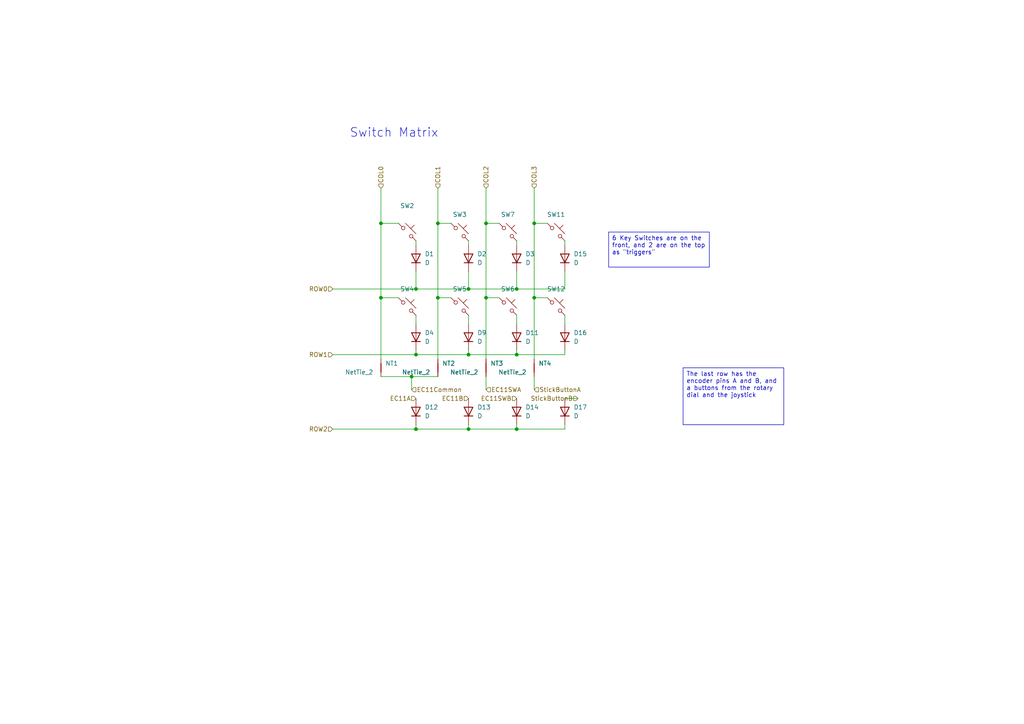
<source format=kicad_sch>
(kicad_sch (version 20231120) (generator "eeschema") (generator_version "8.0")
  (paper "A4")
  (lib_symbols
    (symbol "Device:D" (pin_numbers hide) (pin_names (offset 1.016) hide)
      (property "Reference" "D" (at 0 2.54 0))
      (property "Value" "D" (at 0 -2.54 0))
      (symbol "D_0_1"
        (polyline (pts (xy -1.27 1.27) (xy -1.27 -1.27)) (stroke (width 0.254)))
        (polyline (pts (xy 1.27 0) (xy -1.27 0)))
        (polyline (pts (xy 1.27 1.27) (xy 1.27 -1.27) (xy -1.27 0) (xy 1.27 1.27)) (stroke (width 0.254)))
      )
      (symbol "D_1_1"
        (pin passive line (at -3.81 0 0) (length 2.54) (name "K") (number "1"))
        (pin passive line (at 3.81 0 180) (length 2.54) (name "A") (number "2"))
      )
    )
    (symbol "Device:NetTie_2" (pin_numbers hide) (pin_names (offset 0) hide) (in_bom no)
      (property "Reference" "NT" (at 0 1.27 0))
      (property "Value" "NetTie_2" (at 0 -1.27 0))
      (symbol "NetTie_2_0_1"
        (polyline (pts (xy -1.27 0) (xy 1.27 0)) (stroke (width 0.254)))
      )
      (symbol "NetTie_2_1_1"
        (pin passive line (at -2.54 0 0) (length 2.54) (name "1") (number "1"))
        (pin passive line (at 2.54 0 180) (length 2.54) (name "2") (number "2"))
      )
    )
    (symbol "Switch:SW_Push_45deg" (pin_numbers hide) (pin_names (offset 1.016) hide)
      (property "Reference" "SW" (at 3.048 1.016 0))
      (property "Value" "SW_Push_45deg" (at 0 -3.81 0))
      (symbol "SW_Push_45deg_0_1"
        (circle (center -1.1684 1.1684) (radius 0.508))
        (polyline (pts (xy -0.508 2.54) (xy 2.54 -0.508)))
        (polyline (pts (xy 1.016 1.016) (xy 2.032 2.032)))
        (polyline (pts (xy -2.54 2.54) (xy -1.524 1.524) (xy -1.524 1.524)))
        (polyline (pts (xy 1.524 -1.524) (xy 2.54 -2.54) (xy 2.54 -2.54) (xy 2.54 -2.54)))
        (circle (center 1.143 -1.1938) (radius 0.508))
        (pin passive line (at -2.54 2.54 0) (length 0) (name "1") (number "1"))
        (pin passive line (at 2.54 -2.54 180) (length 0) (name "2") (number "2"))
      )
    )
  )
  (junction (at 119.38 109.22))
  (junction (at 127 64.77))
  (junction (at 140.97 64.77))
  (junction (at 120.65 102.87))
  (junction (at 149.86 83.82))
  (junction (at 154.94 86.36))
  (junction (at 149.86 102.87))
  (junction (at 110.49 86.36))
  (junction (at 135.89 124.46))
  (junction (at 135.89 102.87))
  (junction (at 127 86.36))
  (junction (at 154.94 64.77))
  (junction (at 120.65 83.82))
  (junction (at 120.65 124.46))
  (junction (at 135.89 83.82))
  (junction (at 149.86 124.46))
  (junction (at 110.49 64.77))
  (junction (at 140.97 86.36))
  (wire (pts (xy 149.86 124.46) (xy 163.83 124.46)))
  (wire (pts (xy 119.38 109.22) (xy 127 109.22)))
  (wire (pts (xy 149.86 101.6) (xy 149.86 102.87)))
  (wire (pts (xy 140.97 86.36) (xy 140.97 104.14)))
  (wire (pts (xy 110.49 64.77) (xy 110.49 86.36)))
  (wire (pts (xy 149.86 78.74) (xy 149.86 83.82)))
  (wire (pts (xy 140.97 54.61) (xy 140.97 64.77)))
  (wire (pts (xy 149.86 69.85) (xy 149.86 71.12)))
  (wire (pts (xy 110.49 86.36) (xy 115.57 86.36)))
  (wire (pts (xy 120.65 124.46) (xy 135.89 124.46)))
  (wire (pts (xy 163.83 101.6) (xy 163.83 102.87)))
  (wire (pts (xy 135.89 91.44) (xy 135.89 93.98)))
  (wire (pts (xy 154.94 86.36) (xy 158.75 86.36)))
  (wire (pts (xy 120.65 101.6) (xy 120.65 102.87)))
  (wire (pts (xy 140.97 113.03) (xy 140.97 109.22)))
  (wire (pts (xy 120.65 78.74) (xy 120.65 83.82)))
  (wire (pts (xy 163.83 78.74) (xy 163.83 83.82)))
  (wire (pts (xy 96.52 102.87) (xy 120.65 102.87)))
  (wire (pts (xy 120.65 71.12) (xy 120.65 69.85)))
  (wire (pts (xy 163.83 91.44) (xy 163.83 93.98)))
  (wire (pts (xy 154.94 64.77) (xy 154.94 86.36)))
  (wire (pts (xy 127 64.77) (xy 130.81 64.77)))
  (wire (pts (xy 127 64.77) (xy 127 54.61)))
  (wire (pts (xy 96.52 124.46) (xy 120.65 124.46)))
  (wire (pts (xy 154.94 54.61) (xy 154.94 64.77)))
  (wire (pts (xy 96.52 83.82) (xy 120.65 83.82)))
  (wire (pts (xy 163.83 69.85) (xy 163.83 71.12)))
  (wire (pts (xy 135.89 124.46) (xy 135.89 123.19)))
  (wire (pts (xy 127 104.14) (xy 127 86.36)))
  (wire (pts (xy 120.65 102.87) (xy 135.89 102.87)))
  (wire (pts (xy 110.49 109.22) (xy 119.38 109.22)))
  (wire (pts (xy 119.38 109.22) (xy 119.38 113.03)))
  (wire (pts (xy 110.49 64.77) (xy 115.57 64.77)))
  (wire (pts (xy 120.65 93.98) (xy 120.65 91.44)))
  (wire (pts (xy 149.86 91.44) (xy 149.86 93.98)))
  (wire (pts (xy 135.89 102.87) (xy 135.89 101.6)))
  (wire (pts (xy 140.97 64.77) (xy 140.97 86.36)))
  (wire (pts (xy 149.86 102.87) (xy 135.89 102.87)))
  (wire (pts (xy 110.49 104.14) (xy 110.49 86.36)))
  (wire (pts (xy 135.89 78.74) (xy 135.89 83.82)))
  (wire (pts (xy 154.94 64.77) (xy 158.75 64.77)))
  (wire (pts (xy 120.65 83.82) (xy 135.89 83.82)))
  (wire (pts (xy 167.64 115.57) (xy 163.83 115.57)))
  (wire (pts (xy 140.97 64.77) (xy 144.78 64.77)))
  (wire (pts (xy 149.86 123.19) (xy 149.86 124.46)))
  (wire (pts (xy 135.89 83.82) (xy 149.86 83.82)))
  (wire (pts (xy 110.49 54.61) (xy 110.49 64.77)))
  (wire (pts (xy 140.97 86.36) (xy 144.78 86.36)))
  (wire (pts (xy 149.86 102.87) (xy 163.83 102.87)))
  (wire (pts (xy 135.89 69.85) (xy 135.89 71.12)))
  (wire (pts (xy 154.94 113.03) (xy 154.94 109.22)))
  (wire (pts (xy 120.65 123.19) (xy 120.65 124.46)))
  (wire (pts (xy 127 86.36) (xy 130.81 86.36)))
  (wire (pts (xy 149.86 83.82) (xy 163.83 83.82)))
  (wire (pts (xy 127 64.77) (xy 127 86.36)))
  (wire (pts (xy 154.94 86.36) (xy 154.94 104.14)))
  (wire (pts (xy 149.86 124.46) (xy 135.89 124.46)))
  (wire (pts (xy 163.83 123.19) (xy 163.83 124.46)))
  (text_box "6 Key Switches are on the front, and 2 are on the top as \"triggers\"" (at 176.53 67.31 0) (size 29.21 10.16) (effects (font (size 1.27 1.27)) (justify left top)))
  (text_box "The last row has the encoder pins A and B, and a buttons from the rotary dial and the joystick " (at 198.12 106.68 0) (size 29.21 16.51) (effects (font (size 1.27 1.27)) (justify left top)))
  (text "Switch Matrix\n" (at 114.3 38.608 0) (effects (font (size 2.54 2.54))))
  (hierarchical_label "EC11A" (shape input) (at 120.65 115.57 180))
  (hierarchical_label "EC11SWB" (shape input) (at 149.86 115.57 180))
  (hierarchical_label "StickButtonA" (shape input) (at 154.94 113.03 0))
  (hierarchical_label "EC11B" (shape input) (at 135.89 115.57 180))
  (hierarchical_label "ROW2" (shape input) (at 96.52 124.46 180))
  (hierarchical_label "StickButtonB" (shape input) (at 167.64 115.57 180))
  (hierarchical_label "EC11Common" (shape input) (at 119.38 113.03 0))
  (hierarchical_label "EC11SWA" (shape input) (at 140.97 113.03 0))
  (hierarchical_label "COL2" (shape input) (at 140.97 54.61 90))
  (hierarchical_label "COL0" (shape input) (at 110.49 54.61 90))
  (hierarchical_label "COL3" (shape input) (at 154.94 54.61 90))
  (hierarchical_label "ROW0" (shape input) (at 96.52 83.82 180))
  (hierarchical_label "COL1" (shape input) (at 127 54.61 90))
  (hierarchical_label "ROW1" (shape input) (at 96.52 102.87 180))
  (symbol (lib_id "Device:D") (at 135.89 119.38 90) (unit 1)
    (property "Reference" "D13" (at 138.43 118.1099 90) (effects (justify right)))
    (property "Value" "D" (at 138.43 120.6499 90) (effects (justify right)))
    (property "Footprint" "Diode_THT:D_DO-35_SOD27_P7.62mm_Horizontal" (effects (hide yes)))
    (property "Description" "Diode" (effects (hide yes)))
    (property "Sim.Device" "D" (effects (hide yes)))
    (property "Sim.Pins" "1=K 2=A" (effects (hide yes)))
  )
  (symbol (lib_id "Device:NetTie_2") (at 154.94 106.68 90) (unit 1) (in_bom no)
    (property "Reference" "NT4" (at 156.21 105.4099 90) (effects (justify right)))
    (property "Value" "NetTie_2" (at 144.526 107.95 90) (effects (justify right)))
    (property "Footprint" "custom_Connector:NetTie-2_SMD_Pad0.2mm" (effects (hide yes)))
    (property "Description" "Net tie, 2 pins" (effects (hide yes)))
  )
  (symbol (lib_id "Device:D") (at 163.83 97.79 90) (unit 1)
    (property "Reference" "D16" (at 166.37 96.5199 90) (effects (justify right)))
    (property "Value" "D" (at 166.37 99.0599 90) (effects (justify right)))
    (property "Footprint" "Diode_THT:D_DO-35_SOD27_P7.62mm_Horizontal" (effects (hide yes)))
    (property "Description" "Diode" (effects (hide yes)))
    (property "Sim.Device" "D" (effects (hide yes)))
    (property "Sim.Pins" "1=K 2=A" (effects (hide yes)))
  )
  (symbol (lib_id "Switch:SW_Push_45deg") (at 118.11 88.9 0) (unit 1)
    (property "Reference" "SW4" (at 118.11 83.82 0))
    (property "Value" "SW_Push_45deg" (effects (hide yes)))
    (property "Footprint" "MX_Solderable:MX-Solderable-1U" (effects (hide yes)))
    (property "Description" "Push button switch, normally open, two pins, 45° tilted" (effects (hide yes)))
  )
  (symbol (lib_id "Device:D") (at 135.89 97.79 90) (unit 1)
    (property "Reference" "D9" (at 138.43 96.5199 90) (effects (justify right)))
    (property "Value" "D" (at 138.43 99.0599 90) (effects (justify right)))
    (property "Footprint" "Diode_THT:D_DO-35_SOD27_P7.62mm_Horizontal" (effects (hide yes)))
    (property "Description" "Diode" (effects (hide yes)))
    (property "Sim.Device" "D" (effects (hide yes)))
    (property "Sim.Pins" "1=K 2=A" (effects (hide yes)))
  )
  (symbol (lib_id "Device:D") (at 120.65 74.93 90) (unit 1)
    (property "Reference" "D1" (at 123.19 73.6599 90) (effects (justify right)))
    (property "Value" "D" (at 123.19 76.1999 90) (effects (justify right)))
    (property "Footprint" "Diode_THT:D_DO-35_SOD27_P7.62mm_Horizontal" (effects (hide yes)))
    (property "Description" "Diode" (effects (hide yes)))
    (property "Sim.Device" "D" (effects (hide yes)))
    (property "Sim.Pins" "1=K 2=A" (effects (hide yes)))
  )
  (symbol (lib_id "Switch:SW_Push_45deg") (at 133.35 67.31 0) (unit 1)
    (property "Reference" "SW3" (at 133.35 62.23 0))
    (property "Value" "SW_Push_45deg" (effects (hide yes)))
    (property "Footprint" "MX_Solderable:MX-Solderable-1U" (effects (hide yes)))
    (property "Description" "Push button switch, normally open, two pins, 45° tilted" (effects (hide yes)))
  )
  (symbol (lib_id "Device:D") (at 149.86 74.93 90) (unit 1)
    (property "Reference" "D3" (at 152.4 73.6599 90) (effects (justify right)))
    (property "Value" "D" (at 152.4 76.1999 90) (effects (justify right)))
    (property "Footprint" "Diode_THT:D_DO-35_SOD27_P7.62mm_Horizontal" (effects (hide yes)))
    (property "Description" "Diode" (effects (hide yes)))
    (property "Sim.Device" "D" (effects (hide yes)))
    (property "Sim.Pins" "1=K 2=A" (effects (hide yes)))
  )
  (symbol (lib_id "Device:D") (at 149.86 119.38 90) (unit 1)
    (property "Reference" "D14" (at 152.4 118.1099 90) (effects (justify right)))
    (property "Value" "D" (at 152.4 120.6499 90) (effects (justify right)))
    (property "Footprint" "Diode_THT:D_DO-35_SOD27_P7.62mm_Horizontal" (effects (hide yes)))
    (property "Description" "Diode" (effects (hide yes)))
    (property "Sim.Device" "D" (effects (hide yes)))
    (property "Sim.Pins" "1=K 2=A" (effects (hide yes)))
  )
  (symbol (lib_id "Device:NetTie_2") (at 110.49 106.68 90) (unit 1) (in_bom no)
    (property "Reference" "NT1" (at 111.76 105.4099 90) (effects (justify right)))
    (property "Value" "NetTie_2" (at 100.076 107.95 90) (effects (justify right)))
    (property "Footprint" "custom_Connector:NetTie-2_SMD_Pad0.2mm" (effects (hide yes)))
    (property "Description" "Net tie, 2 pins" (effects (hide yes)))
  )
  (symbol (lib_id "Device:NetTie_2") (at 127 106.68 90) (unit 1) (in_bom no)
    (property "Reference" "NT2" (at 128.27 105.4099 90) (effects (justify right)))
    (property "Value" "NetTie_2" (at 116.586 107.95 90) (effects (justify right)))
    (property "Footprint" "custom_Connector:NetTie-2_SMD_Pad0.2mm" (effects (hide yes)))
    (property "Description" "Net tie, 2 pins" (effects (hide yes)))
  )
  (symbol (lib_id "Device:D") (at 120.65 119.38 90) (unit 1)
    (property "Reference" "D12" (at 123.19 118.1099 90) (effects (justify right)))
    (property "Value" "D" (at 123.19 120.6499 90) (effects (justify right)))
    (property "Footprint" "Diode_THT:D_DO-35_SOD27_P7.62mm_Horizontal" (effects (hide yes)))
    (property "Description" "Diode" (effects (hide yes)))
    (property "Sim.Device" "D" (effects (hide yes)))
    (property "Sim.Pins" "1=K 2=A" (effects (hide yes)))
  )
  (symbol (lib_id "Device:D") (at 135.89 74.93 90) (unit 1)
    (property "Reference" "D2" (at 138.43 73.6599 90) (effects (justify right)))
    (property "Value" "D" (at 138.43 76.1999 90) (effects (justify right)))
    (property "Footprint" "Diode_THT:D_DO-35_SOD27_P7.62mm_Horizontal" (effects (hide yes)))
    (property "Description" "Diode" (effects (hide yes)))
    (property "Sim.Device" "D" (effects (hide yes)))
    (property "Sim.Pins" "1=K 2=A" (effects (hide yes)))
  )
  (symbol (lib_id "Switch:SW_Push_45deg") (at 161.29 88.9 0) (unit 1)
    (property "Reference" "SW12" (at 161.29 83.82 0))
    (property "Value" "SW_Push_45deg" (effects (hide yes)))
    (property "Footprint" "MX_Solderable:MX-Solderable-1U" (effects (hide yes)))
    (property "Description" "Push button switch, normally open, two pins, 45° tilted" (effects (hide yes)))
  )
  (symbol (lib_id "Switch:SW_Push_45deg") (at 118.11 67.31 0) (unit 1)
    (property "Reference" "SW2" (at 118.11 59.69 0))
    (property "Value" "SW_Push_45deg" (effects (hide yes)))
    (property "Footprint" "MX_Solderable:MX-Solderable-1U" (effects (hide yes)))
    (property "Description" "Push button switch, normally open, two pins, 45° tilted" (effects (hide yes)))
  )
  (symbol (lib_id "Device:D") (at 163.83 119.38 90) (unit 1)
    (property "Reference" "D17" (at 166.37 118.1099 90) (effects (justify right)))
    (property "Value" "D" (at 166.37 120.6499 90) (effects (justify right)))
    (property "Footprint" "Diode_THT:D_DO-35_SOD27_P7.62mm_Horizontal" (effects (hide yes)))
    (property "Description" "Diode" (effects (hide yes)))
    (property "Sim.Device" "D" (effects (hide yes)))
    (property "Sim.Pins" "1=K 2=A" (effects (hide yes)))
  )
  (symbol (lib_id "Switch:SW_Push_45deg") (at 147.32 67.31 0) (unit 1)
    (property "Reference" "SW7" (at 147.32 62.23 0))
    (property "Value" "SW_Push_45deg" (effects (hide yes)))
    (property "Footprint" "MX_Solderable:MX-Solderable-1U" (effects (hide yes)))
    (property "Description" "Push button switch, normally open, two pins, 45° tilted" (effects (hide yes)))
  )
  (symbol (lib_id "Device:D") (at 149.86 97.79 90) (unit 1)
    (property "Reference" "D11" (at 152.4 96.5199 90) (effects (justify right)))
    (property "Value" "D" (at 152.4 99.0599 90) (effects (justify right)))
    (property "Footprint" "Diode_THT:D_DO-35_SOD27_P7.62mm_Horizontal" (effects (hide yes)))
    (property "Description" "Diode" (effects (hide yes)))
    (property "Sim.Device" "D" (effects (hide yes)))
    (property "Sim.Pins" "1=K 2=A" (effects (hide yes)))
  )
  (symbol (lib_id "Device:D") (at 120.65 97.79 90) (unit 1)
    (property "Reference" "D4" (at 123.19 96.5199 90) (effects (justify right)))
    (property "Value" "D" (at 123.19 99.0599 90) (effects (justify right)))
    (property "Footprint" "Diode_THT:D_DO-35_SOD27_P7.62mm_Horizontal" (effects (hide yes)))
    (property "Description" "Diode" (effects (hide yes)))
    (property "Sim.Device" "D" (effects (hide yes)))
    (property "Sim.Pins" "1=K 2=A" (effects (hide yes)))
  )
  (symbol (lib_id "Switch:SW_Push_45deg") (at 133.35 88.9 0) (unit 1)
    (property "Reference" "SW5" (at 133.35 83.82 0))
    (property "Value" "SW_Push_45deg" (effects (hide yes)))
    (property "Footprint" "MX_Solderable:MX-Solderable-1U" (effects (hide yes)))
    (property "Description" "Push button switch, normally open, two pins, 45° tilted" (effects (hide yes)))
  )
  (symbol (lib_id "Device:NetTie_2") (at 140.97 106.68 90) (unit 1) (in_bom no)
    (property "Reference" "NT3" (at 142.24 105.4099 90) (effects (justify right)))
    (property "Value" "NetTie_2" (at 130.556 107.95 90) (effects (justify right)))
    (property "Footprint" "custom_Connector:NetTie-2_SMD_Pad0.2mm" (effects (hide yes)))
    (property "Description" "Net tie, 2 pins" (effects (hide yes)))
  )
  (symbol (lib_id "Device:D") (at 163.83 74.93 90) (unit 1)
    (property "Reference" "D15" (at 166.37 73.6599 90) (effects (justify right)))
    (property "Value" "D" (at 166.37 76.1999 90) (effects (justify right)))
    (property "Footprint" "Diode_THT:D_DO-35_SOD27_P7.62mm_Horizontal" (effects (hide yes)))
    (property "Description" "Diode" (effects (hide yes)))
    (property "Sim.Device" "D" (effects (hide yes)))
    (property "Sim.Pins" "1=K 2=A" (effects (hide yes)))
  )
  (symbol (lib_id "Switch:SW_Push_45deg") (at 147.32 88.9 0) (unit 1)
    (property "Reference" "SW6" (at 147.32 83.82 0))
    (property "Value" "SW_Push_45deg" (effects (hide yes)))
    (property "Footprint" "MX_Solderable:MX-Solderable-1U" (effects (hide yes)))
    (property "Description" "Push button switch, normally open, two pins, 45° tilted" (effects (hide yes)))
  )
  (symbol (lib_id "Switch:SW_Push_45deg") (at 161.29 67.31 0) (unit 1)
    (property "Reference" "SW11" (at 161.29 62.23 0))
    (property "Value" "SW_Push_45deg" (effects (hide yes)))
    (property "Footprint" "MX_Solderable:MX-Solderable-1U" (effects (hide yes)))
    (property "Description" "Push button switch, normally open, two pins, 45° tilted" (effects (hide yes)))
  )
)
</source>
